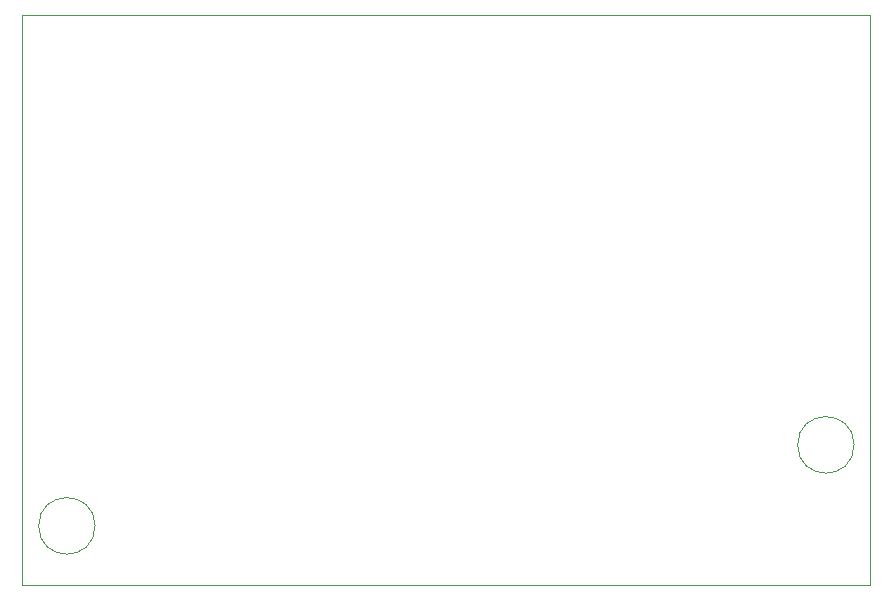
<source format=gko>
G04 #@! TF.FileFunction,Profile,NP*
%FSLAX46Y46*%
G04 Gerber Fmt 4.6, Leading zero omitted, Abs format (unit mm)*
G04 Created by KiCad (PCBNEW 4.0.2-stable) date 2016-04-27 10:36:02 AM*
%MOMM*%
G01*
G04 APERTURE LIST*
%ADD10C,0.100000*%
G04 APERTURE END LIST*
D10*
X111061500Y-58420000D02*
X111760000Y-58420000D01*
X111061500Y-106680000D02*
X111061500Y-58420000D01*
X111760000Y-106680000D02*
X111061500Y-106680000D01*
X117265206Y-101663500D02*
G75*
G03X117265206Y-101663500I-2393706J0D01*
G01*
X181527206Y-94805500D02*
G75*
G03X181527206Y-94805500I-2393706J0D01*
G01*
X182880000Y-106680000D02*
X111760000Y-106680000D01*
X182880000Y-58420000D02*
X182880000Y-106680000D01*
X111760000Y-58420000D02*
X182880000Y-58420000D01*
M02*

</source>
